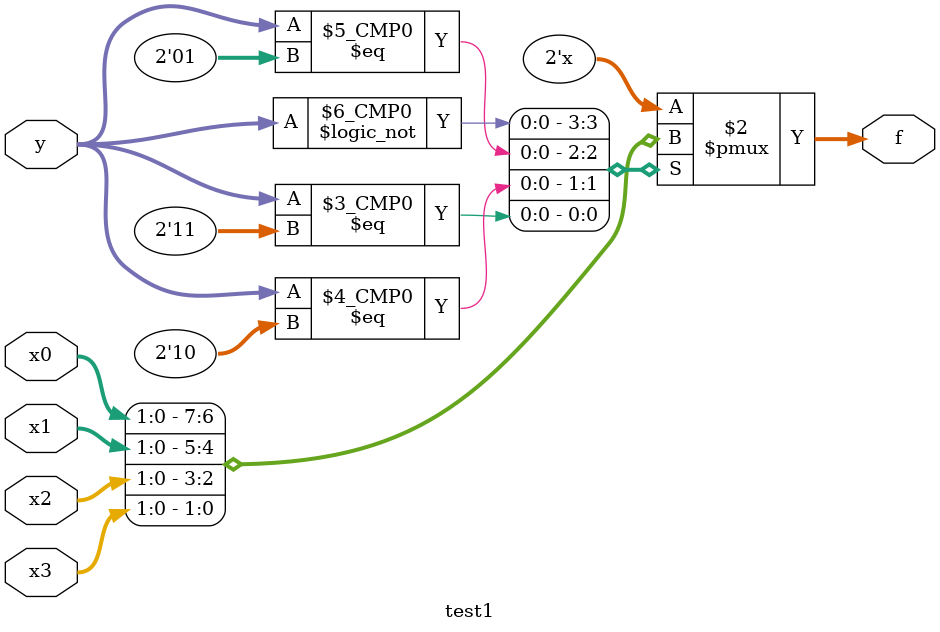
<source format=v>
module test1(
	input [1:0] x0,
	input [1:0] x1,
	input [1:0] x2,
	input [1:0] x3,
	input [1:0] y,
	output reg[1:0] f
	);

always @(*) begin
	case (y)
	2'b00 : f = x0;
	2'b01 : f = x1;
	2'b10 : f = x2;
	2'b11 : f = x3;
endcase
end
endmodule

	

</source>
